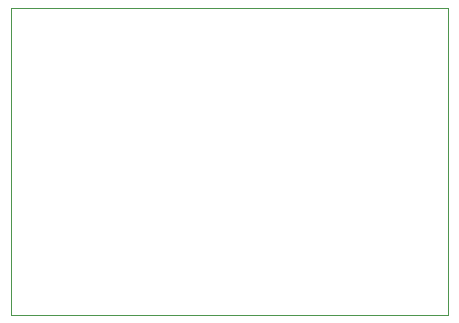
<source format=gbr>
%TF.GenerationSoftware,KiCad,Pcbnew,(5.1.7)-1*%
%TF.CreationDate,2020-11-11T21:59:56+01:00*%
%TF.ProjectId,rgb_ctrl_board,7267625f-6374-4726-9c5f-626f6172642e,rev?*%
%TF.SameCoordinates,Original*%
%TF.FileFunction,Profile,NP*%
%FSLAX46Y46*%
G04 Gerber Fmt 4.6, Leading zero omitted, Abs format (unit mm)*
G04 Created by KiCad (PCBNEW (5.1.7)-1) date 2020-11-11 21:59:56*
%MOMM*%
%LPD*%
G01*
G04 APERTURE LIST*
%TA.AperFunction,Profile*%
%ADD10C,0.050000*%
%TD*%
G04 APERTURE END LIST*
D10*
X148000000Y-133000000D02*
X148000000Y-107000000D01*
X111000000Y-107000000D02*
X111000000Y-133000000D01*
X148000000Y-107000000D02*
X111000000Y-107000000D01*
X111000000Y-133000000D02*
X148000000Y-133000000D01*
M02*

</source>
